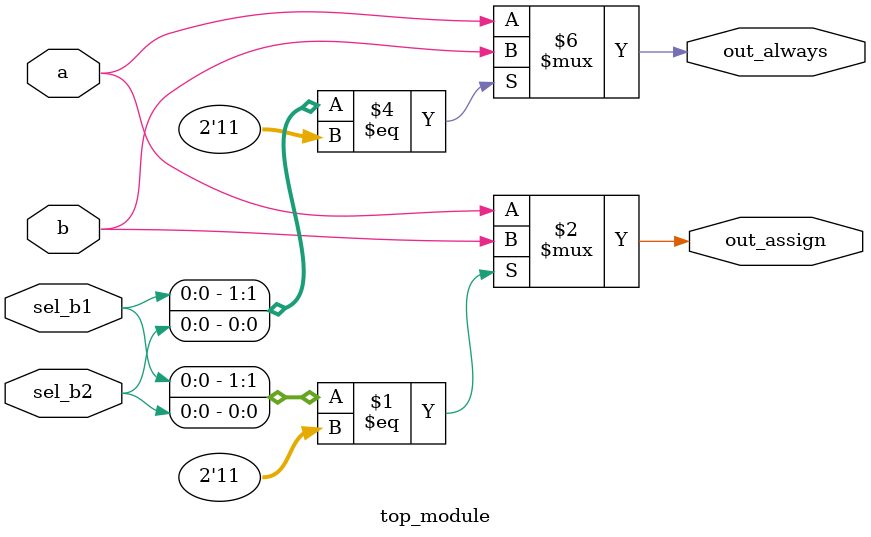
<source format=v>
module top_module(
    input a,
    input b,
    input sel_b1,
    input sel_b2,
    output wire out_assign,
    output reg out_always   ); 
    
    assign out_assign = {sel_b1,sel_b2} == 2'h3 ? b : a;
    
    always @(*) begin
        if( {sel_b1,sel_b2} == 2'h3 ) begin
            out_always = b;
        end else begin
            out_always = a;
    	end
    end

endmodule

</source>
